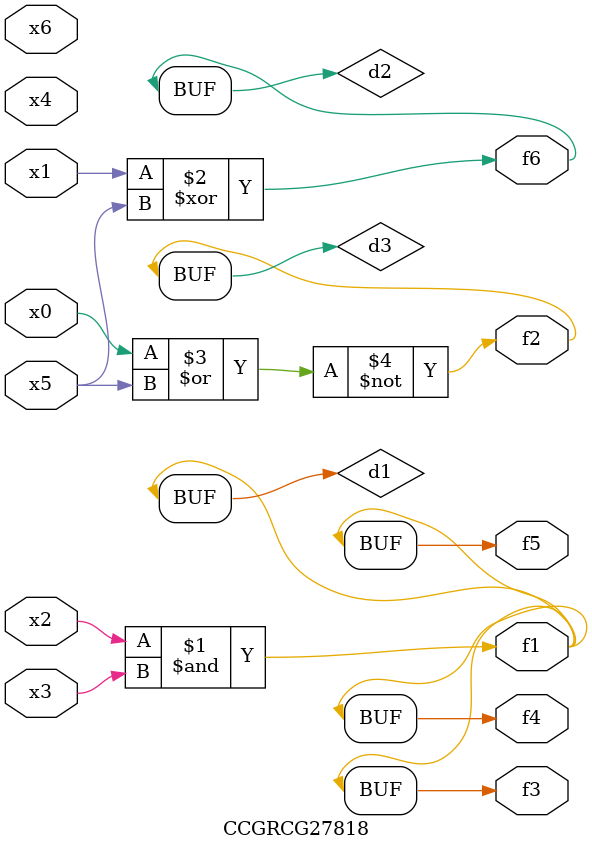
<source format=v>
module CCGRCG27818(
	input x0, x1, x2, x3, x4, x5, x6,
	output f1, f2, f3, f4, f5, f6
);

	wire d1, d2, d3;

	and (d1, x2, x3);
	xor (d2, x1, x5);
	nor (d3, x0, x5);
	assign f1 = d1;
	assign f2 = d3;
	assign f3 = d1;
	assign f4 = d1;
	assign f5 = d1;
	assign f6 = d2;
endmodule

</source>
